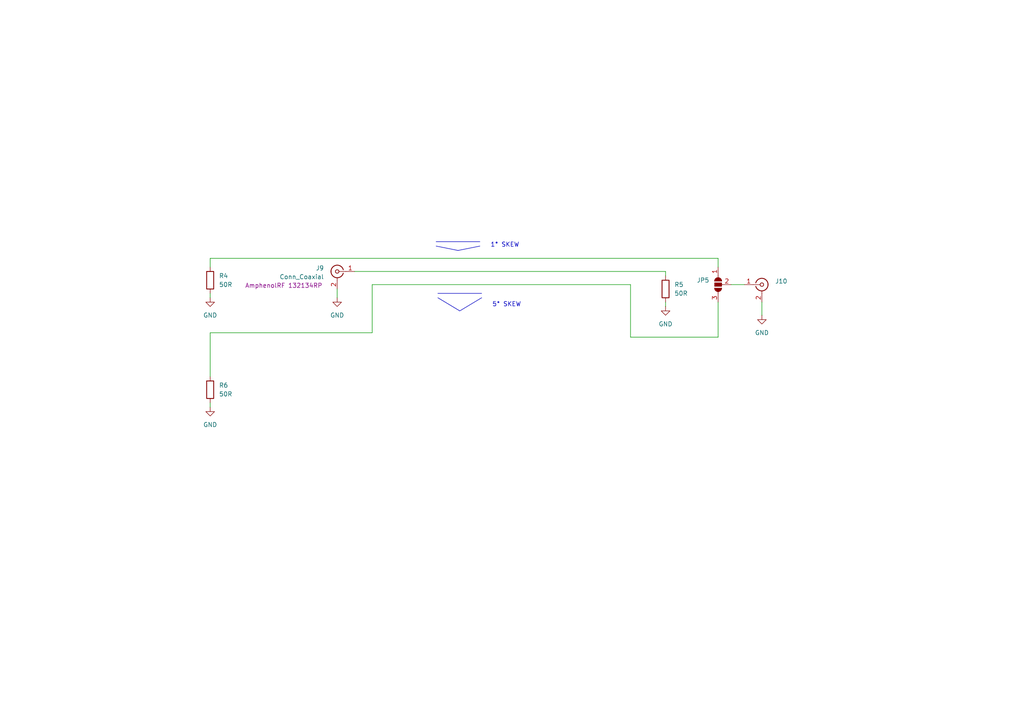
<source format=kicad_sch>
(kicad_sch (version 20250114) (generator "eeschema") (generator_version "9.0")
  (paper "A4")
  (title_block (title "\"Key\" - TL Characterization Test Board") (date "2026-01-27") (rev "A") (company "GHM") (comment 1 "Vendor: JLC PCB, $7") (comment 2 "Standard PCB process. No impedance control."))
  (lib_symbols
    (symbol "Connector:Conn_Coaxial" (pin_names (offset 1.016) (hide yes))
      (property "Reference" "J" (at 0.254 3.048 0))
      (property "Value" "Conn_Coaxial" (at 2.921 0 90))
      (symbol "Conn_Coaxial_0_1"
        (polyline (pts (xy -2.54 0) (xy -0.508 0)))
        (arc (start 1.778 0) (mid 0.222 -1.8079) (end -1.778 -0.508) (stroke (width 0.254)))
        (arc (start -1.778 0.508) (mid 0.2221 1.8084) (end 1.778 0) (stroke (width 0.254)))
        (circle (center 0 0) (radius 0.508) (stroke (width 0.2032)))
        (polyline (pts (xy 0 -2.54) (xy 0 -1.778)))
      )
      (symbol "Conn_Coaxial_1_1"
        (pin passive line (at -5.08 0 0) (length 2.54) (name "In") (number "1"))
        (pin passive line (at 0 -5.08 90) (length 2.54) (name "Ext") (number "2"))
      )
    )
    (symbol "Device:R" (pin_numbers (hide yes)) (pin_names (offset 0))
      (property "Reference" "R" (at 2.032 0 90))
      (property "Value" "R" (at 0 0 90))
      (symbol "R_0_1"
        (rectangle (start -1.016 -2.54) (end 1.016 2.54) (stroke (width 0.254)))
      )
      (symbol "R_1_1"
        (pin passive line (at 0 3.81 270) (length 1.27) (name "~") (number "1"))
        (pin passive line (at 0 -3.81 90) (length 1.27) (name "~") (number "2"))
      )
    )
    (symbol "Jumper:SolderJumper_3_Open" (pin_names (offset 0) (hide yes)) (exclude_from_sim yes) (in_bom no)
      (property "Reference" "JP" (at -2.54 -2.54 0))
      (property "Value" "SolderJumper_3_Open" (at 0 2.794 0))
      (symbol "SolderJumper_3_Open_0_1"
        (polyline (pts (xy -2.54 0) (xy -2.032 0)))
        (polyline (pts (xy -1.016 1.016) (xy -1.016 -1.016)))
        (arc (start -1.016 -1.016) (mid -2.0276 0) (end -1.016 1.016))
        (arc (start -1.016 -1.016) (mid -2.0276 0) (end -1.016 1.016) (fill (type outline)))
        (rectangle (start -0.508 1.016) (end 0.508 -1.016) (fill (type outline)))
        (polyline (pts (xy 0 -1.27) (xy 0 -1.016)))
        (arc (start 1.016 1.016) (mid 2.0276 0) (end 1.016 -1.016))
        (arc (start 1.016 1.016) (mid 2.0276 0) (end 1.016 -1.016) (fill (type outline)))
        (polyline (pts (xy 1.016 1.016) (xy 1.016 -1.016)))
        (polyline (pts (xy 2.54 0) (xy 2.032 0)))
      )
      (symbol "SolderJumper_3_Open_1_1"
        (pin passive line (at -5.08 0 0) (length 2.54) (name "A") (number "1"))
        (pin passive line (at 0 -3.81 90) (length 2.54) (name "C") (number "2"))
        (pin passive line (at 5.08 0 180) (length 2.54) (name "B") (number "3"))
      )
    )
    (symbol "power:GND" (power) (pin_numbers (hide yes)) (pin_names (offset 0) (hide yes))
      (property "Value" "GND" (at 0 -3.81 0))
      (symbol "GND_0_1"
        (polyline (pts (xy 0 0) (xy 0 -1.27) (xy 1.27 -1.27) (xy 0 -2.54) (xy -1.27 -1.27) (xy 0 -1.27)))
      )
      (symbol "GND_1_1"
        (pin power_in line (at 0 0 270) (length 0) (name "~") (number "1"))
      )
    )
  )
  (text "1° SKEW\n" (at 142.24 71.12 0) (effects (font (size 1.27 1.27)) (justify left)))
  (text "5° SKEW" (at 142.748 88.392 0) (effects (font (size 1.27 1.27)) (justify left)))
  (polyline (pts (xy 127 86.36) (xy 133.35 90.17)))
  (wire (pts (xy 193.04 87.63) (xy 193.04 88.9)))
  (wire (pts (xy 97.79 83.82) (xy 97.79 86.36)))
  (wire (pts (xy 60.96 116.84) (xy 60.96 118.11)))
  (polyline (pts (xy 126.492 70.104) (xy 139.192 70.104)))
  (polyline (pts (xy 133.35 90.17) (xy 139.7 86.36)))
  (wire (pts (xy 212.09 82.55) (xy 215.9 82.55)))
  (wire (pts (xy 182.88 97.79) (xy 208.28 97.79)))
  (wire (pts (xy 60.96 74.93) (xy 208.28 74.93)))
  (polyline (pts (xy 127 85.09) (xy 139.7 85.09)))
  (wire (pts (xy 60.96 85.09) (xy 60.96 86.36)))
  (wire (pts (xy 60.96 74.93) (xy 60.96 77.47)))
  (polyline (pts (xy 132.842 72.644) (xy 139.192 71.374)))
  (wire (pts (xy 220.98 87.63) (xy 220.98 91.44)))
  (wire (pts (xy 182.88 82.55) (xy 182.88 97.79)))
  (wire (pts (xy 208.28 77.47) (xy 208.28 74.93)))
  (wire (pts (xy 107.95 96.52) (xy 107.95 82.55)))
  (wire (pts (xy 107.95 82.55) (xy 182.88 82.55)))
  (wire (pts (xy 102.87 78.74) (xy 193.04 78.74)))
  (wire (pts (xy 193.04 78.74) (xy 193.04 80.01)))
  (wire (pts (xy 60.96 96.52) (xy 60.96 109.22)))
  (wire (pts (xy 208.28 87.63) (xy 208.28 97.79)))
  (wire (pts (xy 60.96 96.52) (xy 107.95 96.52)))
  (polyline (pts (xy 126.492 71.374) (xy 132.842 72.644)))
  (symbol (lib_id "power:GND") (at 193.04 88.9 0) (unit 1)
    (property "Reference" "#PWR014" (effects (hide yes)))
    (property "Value" "GND" (at 193.04 93.98 0))
    (property "Description" "Power symbol creates a global label with name \"GND\" , ground" (effects (hide yes)))
  )
  (symbol (lib_id "Device:R") (at 60.96 81.28 0) (unit 1)
    (property "Reference" "R4" (at 63.5 80.0099 0) (effects (justify left)))
    (property "Value" "50R" (at 63.5 82.5499 0) (effects (justify left)))
    (property "Footprint" "Resistor_SMD:R_0603_1608Metric" (effects (hide yes)))
    (property "Description" "Resistor" (effects (hide yes)))
  )
  (symbol (lib_id "power:GND") (at 60.96 118.11 0) (unit 1)
    (property "Reference" "#PWR016" (effects (hide yes)))
    (property "Value" "GND" (at 60.96 123.19 0))
    (property "Description" "Power symbol creates a global label with name \"GND\" , ground" (effects (hide yes)))
  )
  (symbol (lib_id "Jumper:SolderJumper_3_Open") (at 208.28 82.55 90) (mirror x) (unit 1) (exclude_from_sim yes) (in_bom no)
    (property "Reference" "JP5" (at 205.74 81.2799 90) (effects (justify left)))
    (property "Value" "SolderJumper_3_Open" (effects (hide yes)))
    (property "Footprint" "Jumper:SolderJumper-3_P1.3mm_Open_Pad1.0x1.5mm" (effects (hide yes)))
    (property "Description" "Solder Jumper, 3-pole, open" (effects (hide yes)))
  )
  (symbol (lib_id "Connector:Conn_Coaxial") (at 220.98 82.55 0) (unit 1) (exclude_from_sim yes)
    (property "Reference" "J10" (at 224.79 81.5731 0) (effects (justify left)))
    (property "Value" "Conn_Coaxial" (effects (hide yes)))
    (property "Footprint" "Library:SMA" (effects (hide yes)))
    (property "Datasheet" "https://www.digikey.com/en/products/detail/amphenol-rf/132134RP/1011908" (effects (hide yes)))
    (property "Description" "AmphenolRF 132134RP" (effects (hide yes)))
  )
  (symbol (lib_id "Connector:Conn_Coaxial") (at 97.79 78.74 0) (mirror y) (unit 1) (exclude_from_sim yes)
    (property "Reference" "J9" (at 93.98 77.7631 0) (effects (justify left)))
    (property "Value" "Conn_Coaxial" (at 93.98 80.3031 0) (effects (justify left)))
    (property "Footprint" "Library:SMA" (effects (hide yes)))
    (property "Datasheet" "https://www.digikey.com/en/products/detail/amphenol-rf/132134RP/1011908" (effects (hide yes)))
    (property "Description" "AmphenolRF 132134RP" (at 82.296 82.804 0))
  )
  (symbol (lib_id "Device:R") (at 193.04 83.82 0) (unit 1)
    (property "Reference" "R5" (at 195.58 82.5499 0) (effects (justify left)))
    (property "Value" "50R" (at 195.58 85.0899 0) (effects (justify left)))
    (property "Footprint" "Resistor_SMD:R_0603_1608Metric" (effects (hide yes)))
    (property "Description" "Resistor" (effects (hide yes)))
  )
  (symbol (lib_id "power:GND") (at 220.98 91.44 0) (unit 1)
    (property "Reference" "#PWR015" (effects (hide yes)))
    (property "Value" "GND" (at 220.98 96.52 0))
    (property "Description" "Power symbol creates a global label with name \"GND\" , ground" (effects (hide yes)))
  )
  (symbol (lib_id "Device:R") (at 60.96 113.03 0) (unit 1)
    (property "Reference" "R6" (at 63.5 111.7599 0) (effects (justify left)))
    (property "Value" "50R" (at 63.5 114.2999 0) (effects (justify left)))
    (property "Footprint" "Resistor_SMD:R_0603_1608Metric" (effects (hide yes)))
    (property "Description" "Resistor" (effects (hide yes)))
  )
  (symbol (lib_id "power:GND") (at 97.79 86.36 0) (unit 1)
    (property "Reference" "#PWR013" (effects (hide yes)))
    (property "Value" "GND" (at 97.79 91.44 0))
    (property "Description" "Power symbol creates a global label with name \"GND\" , ground" (effects (hide yes)))
  )
  (symbol (lib_id "power:GND") (at 60.96 86.36 0) (unit 1)
    (property "Reference" "#PWR012" (effects (hide yes)))
    (property "Value" "GND" (at 60.96 91.44 0))
    (property "Description" "Power symbol creates a global label with name \"GND\" , ground" (effects (hide yes)))
  )
)
</source>
